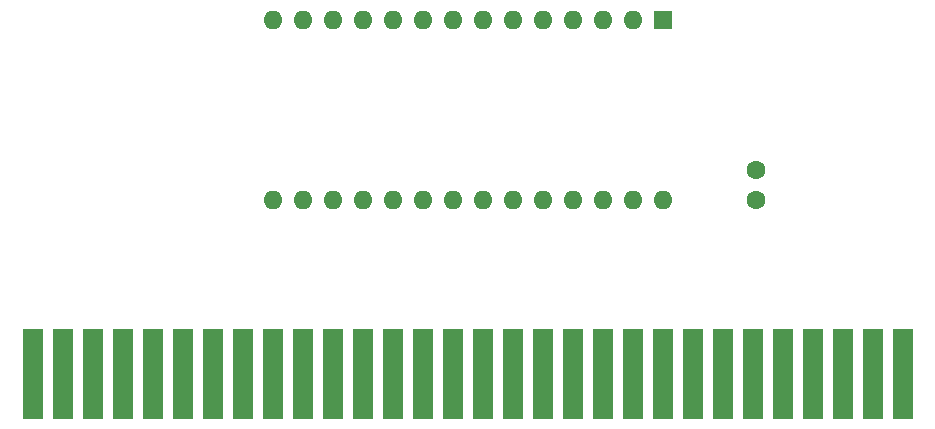
<source format=gbr>
%TF.GenerationSoftware,KiCad,Pcbnew,7.0.3*%
%TF.CreationDate,2023-05-19T23:31:06+08:00*%
%TF.ProjectId,Cartdrige,43617274-6472-4696-9765-2e6b69636164,rev?*%
%TF.SameCoordinates,Original*%
%TF.FileFunction,Soldermask,Top*%
%TF.FilePolarity,Negative*%
%FSLAX46Y46*%
G04 Gerber Fmt 4.6, Leading zero omitted, Abs format (unit mm)*
G04 Created by KiCad (PCBNEW 7.0.3) date 2023-05-19 23:31:06*
%MOMM*%
%LPD*%
G01*
G04 APERTURE LIST*
%ADD10C,1.600000*%
%ADD11R,1.780000X7.620000*%
%ADD12R,1.600000X1.600000*%
%ADD13O,1.600000X1.600000*%
G04 APERTURE END LIST*
D10*
%TO.C,C1*%
X136144000Y-76942000D03*
X136144000Y-74442000D03*
%TD*%
D11*
%TO.C,J2*%
X148590000Y-91694000D03*
X146050000Y-91694000D03*
X143510000Y-91694000D03*
X140970000Y-91694000D03*
X138430000Y-91694000D03*
X135890000Y-91694000D03*
X133350000Y-91694000D03*
X130810000Y-91694000D03*
X128270000Y-91694000D03*
X125730000Y-91694000D03*
X123190000Y-91694000D03*
X120650000Y-91694000D03*
X118110000Y-91694000D03*
X115570000Y-91694000D03*
X113030000Y-91694000D03*
X110490000Y-91694000D03*
X107950000Y-91694000D03*
X105410000Y-91694000D03*
X102870000Y-91694000D03*
X100330000Y-91694000D03*
X97790000Y-91694000D03*
X95250000Y-91694000D03*
X92710000Y-91694000D03*
X90170000Y-91694000D03*
X87630000Y-91694000D03*
X85090000Y-91694000D03*
X82550000Y-91694000D03*
X80010000Y-91694000D03*
X77470000Y-91694000D03*
X74930000Y-91694000D03*
%TD*%
D12*
%TO.C,U1*%
X128270000Y-61722000D03*
D13*
X125730000Y-61722000D03*
X123190000Y-61722000D03*
X120650000Y-61722000D03*
X118110000Y-61722000D03*
X115570000Y-61722000D03*
X113030000Y-61722000D03*
X110490000Y-61722000D03*
X107950000Y-61722000D03*
X105410000Y-61722000D03*
X102870000Y-61722000D03*
X100330000Y-61722000D03*
X97790000Y-61722000D03*
X95250000Y-61722000D03*
X95250000Y-76962000D03*
X97790000Y-76962000D03*
X100330000Y-76962000D03*
X102870000Y-76962000D03*
X105410000Y-76962000D03*
X107950000Y-76962000D03*
X110490000Y-76962000D03*
X113030000Y-76962000D03*
X115570000Y-76962000D03*
X118110000Y-76962000D03*
X120650000Y-76962000D03*
X123190000Y-76962000D03*
X125730000Y-76962000D03*
X128270000Y-76962000D03*
%TD*%
M02*

</source>
